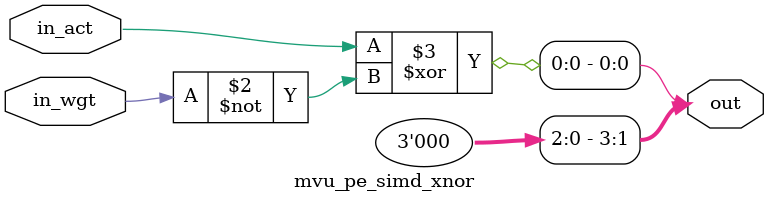
<source format=sv>
/*
 * Module: XNOR Multiplication based SIMD
 * Both input activation anf weight are 1-bit
 * */

`timescale 1ns/ 1ns

module mvu_pe_simd_xnor #(
    parameter int TDstI = 4
) (
    input logic unsigned [0:0]          in_act,
    input logic unsigned [0:0]          in_wgt,
    output logic unsigned [TDstI-1:0]   out
);

// Performs multplication by XNOR
always_comb begin
    out[0] = in_act ^ ~in_wgt;
end

if (TDstI >= 2)
    always_comb
        out[TDstI-1:1] = 'd0;

endmodule
</source>
